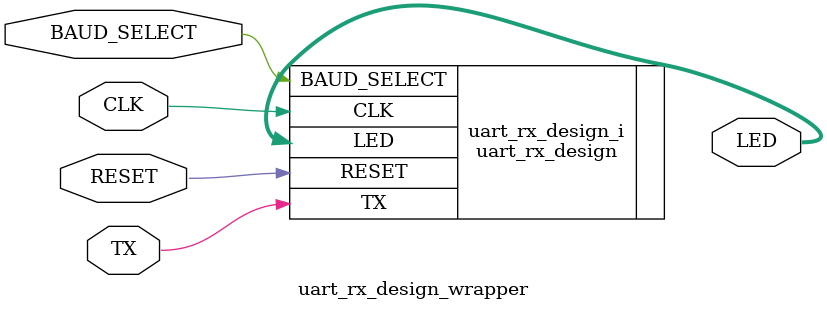
<source format=v>
`timescale 1 ps / 1 ps

module uart_rx_design_wrapper
   (BAUD_SELECT,
    CLK,
    LED,
    RESET,
    TX);
  input BAUD_SELECT;
  input CLK;
  output [7:0]LED;
  input RESET;
  input TX;

  wire BAUD_SELECT;
  wire CLK;
  wire [7:0]LED;
  wire RESET;
  wire TX;

  uart_rx_design uart_rx_design_i
       (.BAUD_SELECT(BAUD_SELECT),
        .CLK(CLK),
        .LED(LED),
        .RESET(RESET),
        .TX(TX));
endmodule

</source>
